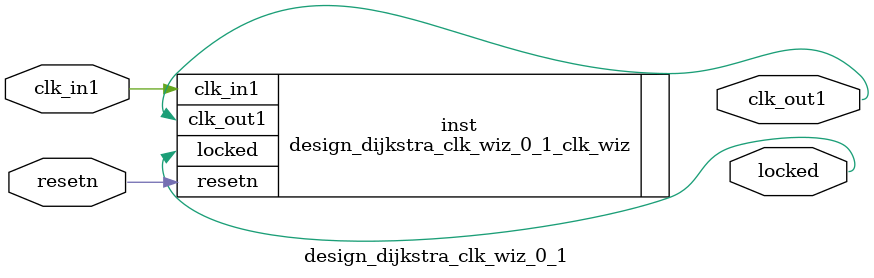
<source format=v>


`timescale 1ps/1ps

(* CORE_GENERATION_INFO = "design_dijkstra_clk_wiz_0_1,clk_wiz_v6_0_6_0_0,{component_name=design_dijkstra_clk_wiz_0_1,use_phase_alignment=true,use_min_o_jitter=false,use_max_i_jitter=false,use_dyn_phase_shift=false,use_inclk_switchover=false,use_dyn_reconfig=false,enable_axi=0,feedback_source=FDBK_AUTO,PRIMITIVE=PLL,num_out_clk=1,clkin1_period=10.000,clkin2_period=10.000,use_power_down=false,use_reset=true,use_locked=true,use_inclk_stopped=false,feedback_type=SINGLE,CLOCK_MGR_TYPE=NA,manual_override=false}" *)

module design_dijkstra_clk_wiz_0_1 
 (
  // Clock out ports
  output        clk_out1,
  // Status and control signals
  input         resetn,
  output        locked,
 // Clock in ports
  input         clk_in1
 );

  design_dijkstra_clk_wiz_0_1_clk_wiz inst
  (
  // Clock out ports  
  .clk_out1(clk_out1),
  // Status and control signals               
  .resetn(resetn), 
  .locked(locked),
 // Clock in ports
  .clk_in1(clk_in1)
  );

endmodule

</source>
